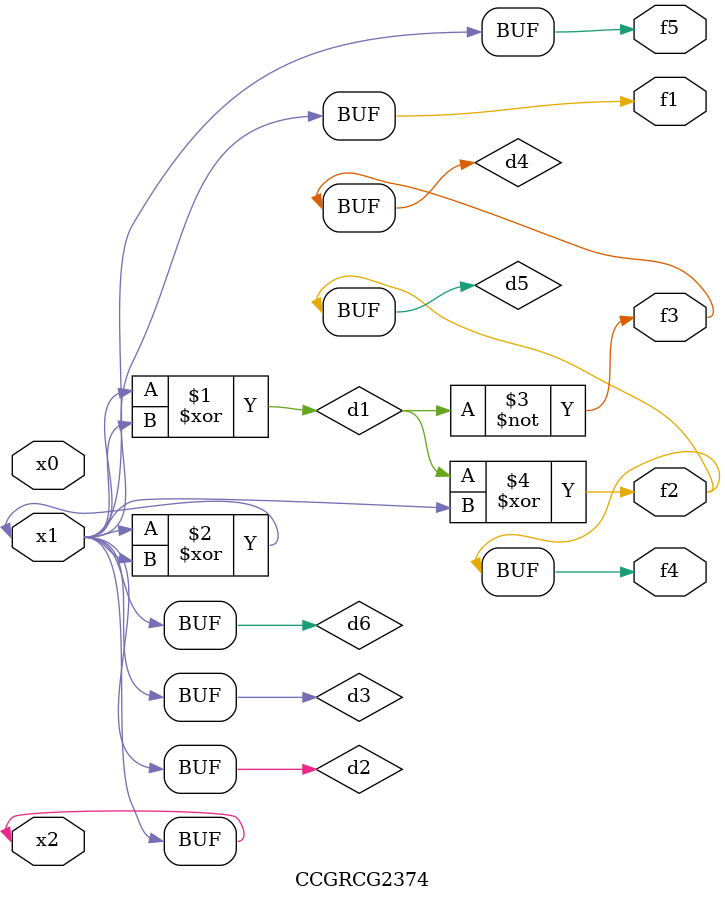
<source format=v>
module CCGRCG2374(
	input x0, x1, x2,
	output f1, f2, f3, f4, f5
);

	wire d1, d2, d3, d4, d5, d6;

	xor (d1, x1, x2);
	buf (d2, x1, x2);
	xor (d3, x1, x2);
	nor (d4, d1);
	xor (d5, d1, d2);
	buf (d6, d2, d3);
	assign f1 = d6;
	assign f2 = d5;
	assign f3 = d4;
	assign f4 = d5;
	assign f5 = d6;
endmodule

</source>
